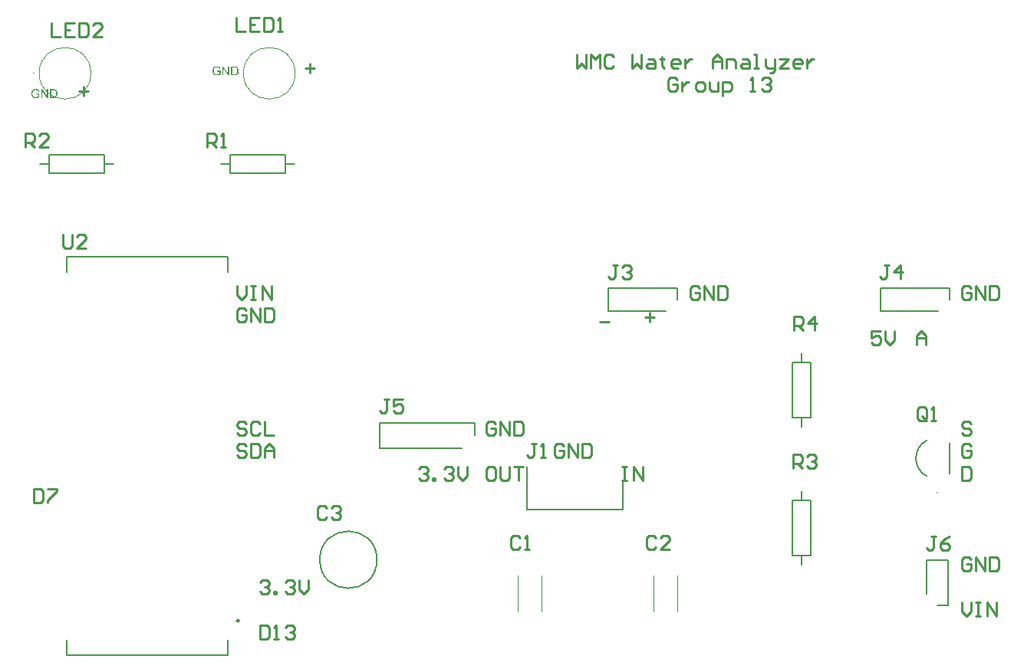
<source format=gto>
G04*
G04 #@! TF.GenerationSoftware,Altium Limited,Altium Designer,20.1.14 (287)*
G04*
G04 Layer_Color=65535*
%FSLAX25Y25*%
%MOIN*%
G70*
G04*
G04 #@! TF.SameCoordinates,E164291B-CF09-4FE7-BB31-66095F1D64E0*
G04*
G04*
G04 #@! TF.FilePolarity,Positive*
G04*
G01*
G75*
%ADD10C,0.00984*%
%ADD11C,0.00787*%
%ADD12C,0.00394*%
%ADD13C,0.01000*%
G36*
X21711Y250027D02*
X21751Y250023D01*
X21798Y250019D01*
X21854Y250015D01*
X21970Y249999D01*
X22093Y249975D01*
X22224Y249939D01*
X22352Y249896D01*
X22356D01*
X22368Y249888D01*
X22384Y249880D01*
X22407Y249872D01*
X22435Y249856D01*
X22467Y249840D01*
X22547Y249796D01*
X22630Y249745D01*
X22718Y249681D01*
X22805Y249605D01*
X22881Y249518D01*
X22885Y249514D01*
X22889Y249506D01*
X22901Y249494D01*
X22913Y249474D01*
X22929Y249450D01*
X22949Y249422D01*
X22968Y249386D01*
X22988Y249351D01*
X23012Y249307D01*
X23036Y249259D01*
X23060Y249207D01*
X23084Y249151D01*
X23108Y249092D01*
X23132Y249028D01*
X23171Y248889D01*
X22714Y248765D01*
Y248769D01*
X22710Y248777D01*
X22706Y248793D01*
X22698Y248813D01*
X22690Y248837D01*
X22678Y248869D01*
X22654Y248933D01*
X22622Y249008D01*
X22587Y249084D01*
X22547Y249159D01*
X22499Y249227D01*
X22495Y249235D01*
X22475Y249255D01*
X22447Y249287D01*
X22407Y249323D01*
X22356Y249366D01*
X22292Y249410D01*
X22216Y249454D01*
X22133Y249494D01*
X22129D01*
X22121Y249498D01*
X22109Y249502D01*
X22093Y249510D01*
X22069Y249518D01*
X22041Y249526D01*
X21978Y249546D01*
X21898Y249565D01*
X21810Y249581D01*
X21711Y249593D01*
X21603Y249597D01*
X21544D01*
X21516Y249593D01*
X21480D01*
X21440Y249589D01*
X21400Y249585D01*
X21305Y249569D01*
X21205Y249553D01*
X21102Y249526D01*
X21002Y249490D01*
X20998D01*
X20990Y249486D01*
X20978Y249478D01*
X20959Y249470D01*
X20915Y249446D01*
X20855Y249414D01*
X20791Y249374D01*
X20724Y249327D01*
X20656Y249271D01*
X20593Y249207D01*
X20584Y249199D01*
X20569Y249179D01*
X20541Y249144D01*
X20505Y249096D01*
X20465Y249040D01*
X20425Y248976D01*
X20385Y248905D01*
X20350Y248829D01*
Y248825D01*
X20342Y248813D01*
X20338Y248793D01*
X20326Y248765D01*
X20318Y248734D01*
X20306Y248694D01*
X20290Y248650D01*
X20278Y248598D01*
X20266Y248547D01*
X20250Y248487D01*
X20238Y248423D01*
X20230Y248356D01*
X20214Y248212D01*
X20206Y248057D01*
Y248053D01*
Y248033D01*
Y248009D01*
X20210Y247973D01*
Y247926D01*
X20214Y247878D01*
X20222Y247818D01*
X20230Y247759D01*
X20238Y247691D01*
X20250Y247623D01*
X20282Y247476D01*
X20326Y247333D01*
X20350Y247265D01*
X20381Y247197D01*
X20385Y247193D01*
X20390Y247181D01*
X20401Y247165D01*
X20413Y247142D01*
X20433Y247114D01*
X20453Y247078D01*
X20481Y247042D01*
X20513Y247002D01*
X20584Y246919D01*
X20672Y246835D01*
X20776Y246756D01*
X20835Y246716D01*
X20895Y246684D01*
X20899D01*
X20911Y246676D01*
X20931Y246668D01*
X20955Y246656D01*
X20987Y246644D01*
X21022Y246632D01*
X21066Y246616D01*
X21110Y246600D01*
X21162Y246584D01*
X21217Y246568D01*
X21341Y246545D01*
X21472Y246525D01*
X21611Y246517D01*
X21643D01*
X21667Y246521D01*
X21699D01*
X21731Y246525D01*
X21771Y246529D01*
X21814Y246533D01*
X21914Y246549D01*
X22021Y246568D01*
X22137Y246600D01*
X22256Y246640D01*
X22260D01*
X22272Y246644D01*
X22288Y246652D01*
X22308Y246664D01*
X22336Y246676D01*
X22364Y246688D01*
X22435Y246724D01*
X22511Y246763D01*
X22590Y246811D01*
X22666Y246859D01*
X22734Y246915D01*
Y247631D01*
X21607D01*
Y248085D01*
X23231D01*
Y246660D01*
X23227Y246656D01*
X23215Y246648D01*
X23195Y246632D01*
X23167Y246612D01*
X23132Y246584D01*
X23092Y246556D01*
X23044Y246525D01*
X22996Y246493D01*
X22937Y246457D01*
X22877Y246417D01*
X22750Y246346D01*
X22606Y246274D01*
X22459Y246210D01*
X22455D01*
X22443Y246202D01*
X22419Y246198D01*
X22391Y246186D01*
X22356Y246174D01*
X22312Y246163D01*
X22264Y246151D01*
X22208Y246139D01*
X22149Y246123D01*
X22085Y246111D01*
X21946Y246087D01*
X21798Y246071D01*
X21643Y246063D01*
X21587D01*
X21548Y246067D01*
X21500Y246071D01*
X21440Y246075D01*
X21376Y246083D01*
X21305Y246095D01*
X21225Y246107D01*
X21146Y246123D01*
X21058Y246143D01*
X20971Y246163D01*
X20883Y246190D01*
X20791Y246222D01*
X20704Y246258D01*
X20616Y246302D01*
X20612Y246306D01*
X20596Y246314D01*
X20573Y246326D01*
X20541Y246346D01*
X20501Y246373D01*
X20457Y246401D01*
X20409Y246437D01*
X20358Y246481D01*
X20302Y246529D01*
X20242Y246580D01*
X20187Y246636D01*
X20127Y246700D01*
X20071Y246767D01*
X20015Y246839D01*
X19968Y246919D01*
X19920Y247002D01*
X19916Y247006D01*
X19908Y247022D01*
X19900Y247050D01*
X19884Y247082D01*
X19864Y247126D01*
X19844Y247177D01*
X19824Y247237D01*
X19804Y247301D01*
X19781Y247376D01*
X19761Y247452D01*
X19741Y247540D01*
X19721Y247627D01*
X19705Y247723D01*
X19697Y247818D01*
X19689Y247922D01*
X19685Y248025D01*
Y248033D01*
Y248049D01*
Y248081D01*
X19689Y248121D01*
X19693Y248168D01*
X19697Y248228D01*
X19705Y248296D01*
X19713Y248367D01*
X19725Y248443D01*
X19741Y248527D01*
X19761Y248614D01*
X19784Y248702D01*
X19808Y248793D01*
X19840Y248889D01*
X19876Y248980D01*
X19916Y249072D01*
X19920Y249076D01*
X19928Y249092D01*
X19940Y249120D01*
X19960Y249151D01*
X19984Y249191D01*
X20015Y249239D01*
X20047Y249291D01*
X20087Y249342D01*
X20135Y249402D01*
X20182Y249462D01*
X20238Y249522D01*
X20298Y249581D01*
X20366Y249637D01*
X20433Y249693D01*
X20509Y249745D01*
X20588Y249792D01*
X20593Y249796D01*
X20608Y249804D01*
X20632Y249816D01*
X20668Y249828D01*
X20708Y249848D01*
X20760Y249868D01*
X20815Y249888D01*
X20883Y249912D01*
X20955Y249936D01*
X21030Y249955D01*
X21114Y249975D01*
X21201Y249995D01*
X21297Y250007D01*
X21396Y250019D01*
X21496Y250027D01*
X21603Y250031D01*
X21675D01*
X21711Y250027D01*
D02*
G37*
G36*
X26996Y246127D02*
X26475D01*
X24461Y249139D01*
Y246127D01*
X23976D01*
Y249963D01*
X24493D01*
X26511Y246947D01*
Y249963D01*
X26996D01*
Y246127D01*
D02*
G37*
G36*
X29321Y249959D02*
X29368D01*
X29420Y249955D01*
X29528Y249952D01*
X29643Y249939D01*
X29750Y249928D01*
X29802Y249916D01*
X29850Y249908D01*
X29854D01*
X29866Y249904D01*
X29882Y249900D01*
X29906Y249892D01*
X29934Y249884D01*
X29965Y249872D01*
X30041Y249844D01*
X30129Y249808D01*
X30224Y249760D01*
X30320Y249701D01*
X30411Y249633D01*
X30415Y249629D01*
X30423Y249621D01*
X30439Y249605D01*
X30463Y249585D01*
X30487Y249561D01*
X30515Y249530D01*
X30547Y249494D01*
X30582Y249454D01*
X30618Y249410D01*
X30654Y249358D01*
X30694Y249307D01*
X30729Y249247D01*
X30801Y249120D01*
X30865Y248976D01*
Y248972D01*
X30873Y248956D01*
X30881Y248937D01*
X30889Y248905D01*
X30901Y248869D01*
X30913Y248825D01*
X30925Y248773D01*
X30940Y248714D01*
X30956Y248650D01*
X30968Y248578D01*
X30980Y248503D01*
X30992Y248423D01*
X31004Y248340D01*
X31008Y248252D01*
X31016Y248065D01*
Y248061D01*
Y248045D01*
Y248021D01*
Y247993D01*
X31012Y247954D01*
Y247910D01*
X31008Y247858D01*
X31004Y247802D01*
X30992Y247683D01*
X30972Y247551D01*
X30948Y247420D01*
X30913Y247289D01*
Y247285D01*
X30909Y247273D01*
X30901Y247257D01*
X30893Y247233D01*
X30885Y247205D01*
X30873Y247169D01*
X30841Y247094D01*
X30801Y247002D01*
X30757Y246911D01*
X30706Y246815D01*
X30650Y246728D01*
Y246724D01*
X30642Y246720D01*
X30634Y246708D01*
X30622Y246692D01*
X30590Y246652D01*
X30547Y246604D01*
X30495Y246549D01*
X30435Y246489D01*
X30371Y246433D01*
X30300Y246381D01*
X30296D01*
X30292Y246377D01*
X30280Y246370D01*
X30268Y246361D01*
X30228Y246338D01*
X30172Y246310D01*
X30105Y246278D01*
X30029Y246246D01*
X29937Y246218D01*
X29842Y246190D01*
X29838D01*
X29830Y246186D01*
X29814D01*
X29794Y246182D01*
X29770Y246174D01*
X29739Y246170D01*
X29703Y246166D01*
X29667Y246159D01*
X29623Y246154D01*
X29575Y246147D01*
X29472Y246139D01*
X29356Y246131D01*
X29229Y246127D01*
X27848D01*
Y249963D01*
X29277D01*
X29321Y249959D01*
D02*
G37*
G36*
X100451Y259870D02*
X100491Y259866D01*
X100539Y259862D01*
X100594Y259858D01*
X100710Y259842D01*
X100833Y259818D01*
X100964Y259782D01*
X101092Y259738D01*
X101096D01*
X101108Y259730D01*
X101124Y259722D01*
X101147Y259714D01*
X101175Y259699D01*
X101207Y259682D01*
X101287Y259639D01*
X101370Y259587D01*
X101458Y259523D01*
X101546Y259448D01*
X101621Y259360D01*
X101625Y259356D01*
X101629Y259348D01*
X101641Y259336D01*
X101653Y259316D01*
X101669Y259293D01*
X101689Y259265D01*
X101709Y259229D01*
X101729Y259193D01*
X101752Y259149D01*
X101776Y259102D01*
X101800Y259050D01*
X101824Y258994D01*
X101848Y258934D01*
X101872Y258871D01*
X101912Y258731D01*
X101454Y258608D01*
Y258612D01*
X101450Y258620D01*
X101446Y258636D01*
X101438Y258656D01*
X101430Y258680D01*
X101418Y258711D01*
X101394Y258775D01*
X101362Y258851D01*
X101327Y258926D01*
X101287Y259002D01*
X101239Y259070D01*
X101235Y259078D01*
X101215Y259098D01*
X101187Y259129D01*
X101147Y259165D01*
X101096Y259209D01*
X101032Y259253D01*
X100956Y259296D01*
X100873Y259336D01*
X100869D01*
X100861Y259340D01*
X100849Y259344D01*
X100833Y259352D01*
X100809Y259360D01*
X100781Y259368D01*
X100718Y259388D01*
X100638Y259408D01*
X100550Y259424D01*
X100451Y259436D01*
X100344Y259440D01*
X100284D01*
X100256Y259436D01*
X100220D01*
X100180Y259432D01*
X100141Y259428D01*
X100045Y259412D01*
X99946Y259396D01*
X99842Y259368D01*
X99743Y259332D01*
X99739D01*
X99731Y259328D01*
X99719Y259320D01*
X99699Y259312D01*
X99655Y259289D01*
X99595Y259257D01*
X99532Y259217D01*
X99464Y259169D01*
X99396Y259113D01*
X99333Y259050D01*
X99325Y259042D01*
X99309Y259022D01*
X99281Y258986D01*
X99245Y258938D01*
X99205Y258882D01*
X99165Y258819D01*
X99126Y258747D01*
X99090Y258672D01*
Y258668D01*
X99082Y258656D01*
X99078Y258636D01*
X99066Y258608D01*
X99058Y258576D01*
X99046Y258536D01*
X99030Y258492D01*
X99018Y258441D01*
X99006Y258389D01*
X98990Y258329D01*
X98978Y258266D01*
X98971Y258198D01*
X98954Y258055D01*
X98947Y257899D01*
Y257895D01*
Y257876D01*
Y257852D01*
X98951Y257816D01*
Y257768D01*
X98954Y257720D01*
X98962Y257661D01*
X98971Y257601D01*
X98978Y257533D01*
X98990Y257466D01*
X99022Y257318D01*
X99066Y257175D01*
X99090Y257107D01*
X99122Y257040D01*
X99126Y257036D01*
X99130Y257024D01*
X99142Y257008D01*
X99154Y256984D01*
X99173Y256956D01*
X99193Y256920D01*
X99221Y256885D01*
X99253Y256845D01*
X99325Y256761D01*
X99412Y256678D01*
X99516Y256598D01*
X99575Y256558D01*
X99635Y256526D01*
X99639D01*
X99651Y256518D01*
X99671Y256510D01*
X99695Y256499D01*
X99727Y256487D01*
X99762Y256475D01*
X99806Y256459D01*
X99850Y256443D01*
X99902Y256427D01*
X99958Y256411D01*
X100081Y256387D01*
X100212Y256367D01*
X100352Y256359D01*
X100383D01*
X100407Y256363D01*
X100439D01*
X100471Y256367D01*
X100511Y256371D01*
X100555Y256375D01*
X100654Y256391D01*
X100761Y256411D01*
X100877Y256443D01*
X100996Y256483D01*
X101000D01*
X101012Y256487D01*
X101028Y256494D01*
X101048Y256506D01*
X101076Y256518D01*
X101104Y256530D01*
X101175Y256566D01*
X101251Y256606D01*
X101331Y256654D01*
X101406Y256701D01*
X101474Y256757D01*
Y257474D01*
X100347D01*
Y257927D01*
X101971D01*
Y256503D01*
X101967Y256499D01*
X101955Y256491D01*
X101936Y256475D01*
X101908Y256455D01*
X101872Y256427D01*
X101832Y256399D01*
X101784Y256367D01*
X101737Y256335D01*
X101677Y256299D01*
X101617Y256260D01*
X101490Y256188D01*
X101347Y256116D01*
X101199Y256053D01*
X101195D01*
X101183Y256045D01*
X101160Y256041D01*
X101132Y256029D01*
X101096Y256017D01*
X101052Y256005D01*
X101004Y255993D01*
X100949Y255981D01*
X100889Y255965D01*
X100825Y255953D01*
X100686Y255929D01*
X100539Y255913D01*
X100383Y255906D01*
X100328D01*
X100288Y255909D01*
X100240Y255913D01*
X100180Y255918D01*
X100117Y255925D01*
X100045Y255937D01*
X99966Y255949D01*
X99886Y255965D01*
X99798Y255985D01*
X99711Y256005D01*
X99623Y256033D01*
X99532Y256065D01*
X99444Y256101D01*
X99357Y256144D01*
X99353Y256148D01*
X99337Y256156D01*
X99313Y256168D01*
X99281Y256188D01*
X99241Y256216D01*
X99197Y256244D01*
X99150Y256280D01*
X99098Y256323D01*
X99042Y256371D01*
X98982Y256423D01*
X98927Y256479D01*
X98867Y256542D01*
X98811Y256610D01*
X98756Y256682D01*
X98708Y256761D01*
X98660Y256845D01*
X98656Y256849D01*
X98648Y256865D01*
X98640Y256892D01*
X98624Y256924D01*
X98604Y256968D01*
X98584Y257020D01*
X98564Y257080D01*
X98545Y257143D01*
X98521Y257219D01*
X98501Y257295D01*
X98481Y257382D01*
X98461Y257470D01*
X98445Y257565D01*
X98437Y257661D01*
X98429Y257764D01*
X98425Y257868D01*
Y257876D01*
Y257892D01*
Y257923D01*
X98429Y257963D01*
X98433Y258011D01*
X98437Y258071D01*
X98445Y258138D01*
X98453Y258210D01*
X98465Y258286D01*
X98481Y258369D01*
X98501Y258457D01*
X98525Y258544D01*
X98549Y258636D01*
X98580Y258731D01*
X98616Y258823D01*
X98656Y258914D01*
X98660Y258918D01*
X98668Y258934D01*
X98680Y258962D01*
X98700Y258994D01*
X98724Y259034D01*
X98756Y259082D01*
X98787Y259133D01*
X98827Y259185D01*
X98875Y259245D01*
X98923Y259304D01*
X98978Y259364D01*
X99038Y259424D01*
X99106Y259480D01*
X99173Y259535D01*
X99249Y259587D01*
X99329Y259635D01*
X99333Y259639D01*
X99349Y259647D01*
X99372Y259659D01*
X99408Y259671D01*
X99448Y259690D01*
X99500Y259710D01*
X99555Y259730D01*
X99623Y259754D01*
X99695Y259778D01*
X99770Y259798D01*
X99854Y259818D01*
X99942Y259838D01*
X100037Y259850D01*
X100137Y259862D01*
X100236Y259870D01*
X100344Y259874D01*
X100415D01*
X100451Y259870D01*
D02*
G37*
G36*
X105736Y255969D02*
X105215D01*
X103201Y258982D01*
Y255969D01*
X102716D01*
Y259806D01*
X103233D01*
X105251Y256789D01*
Y259806D01*
X105736D01*
Y255969D01*
D02*
G37*
G36*
X108061Y259802D02*
X108108D01*
X108160Y259798D01*
X108268Y259794D01*
X108383Y259782D01*
X108491Y259770D01*
X108542Y259758D01*
X108590Y259750D01*
X108594D01*
X108606Y259746D01*
X108622Y259742D01*
X108646Y259734D01*
X108674Y259726D01*
X108705Y259714D01*
X108781Y259686D01*
X108869Y259651D01*
X108964Y259603D01*
X109060Y259543D01*
X109151Y259476D01*
X109155Y259472D01*
X109163Y259464D01*
X109179Y259448D01*
X109203Y259428D01*
X109227Y259404D01*
X109255Y259372D01*
X109287Y259336D01*
X109322Y259296D01*
X109358Y259253D01*
X109394Y259201D01*
X109434Y259149D01*
X109470Y259089D01*
X109541Y258962D01*
X109605Y258819D01*
Y258815D01*
X109613Y258799D01*
X109621Y258779D01*
X109629Y258747D01*
X109641Y258711D01*
X109653Y258668D01*
X109665Y258616D01*
X109681Y258556D01*
X109697Y258492D01*
X109708Y258421D01*
X109720Y258345D01*
X109732Y258266D01*
X109744Y258182D01*
X109748Y258095D01*
X109756Y257908D01*
Y257904D01*
Y257888D01*
Y257864D01*
Y257836D01*
X109752Y257796D01*
Y257752D01*
X109748Y257700D01*
X109744Y257645D01*
X109732Y257525D01*
X109713Y257394D01*
X109689Y257263D01*
X109653Y257131D01*
Y257127D01*
X109649Y257115D01*
X109641Y257100D01*
X109633Y257076D01*
X109625Y257048D01*
X109613Y257012D01*
X109581Y256936D01*
X109541Y256845D01*
X109498Y256753D01*
X109446Y256658D01*
X109390Y256570D01*
Y256566D01*
X109382Y256562D01*
X109374Y256550D01*
X109362Y256534D01*
X109330Y256494D01*
X109287Y256447D01*
X109235Y256391D01*
X109175Y256331D01*
X109111Y256276D01*
X109040Y256224D01*
X109036D01*
X109032Y256220D01*
X109020Y256212D01*
X109008Y256204D01*
X108968Y256180D01*
X108913Y256152D01*
X108845Y256120D01*
X108769Y256089D01*
X108678Y256061D01*
X108582Y256033D01*
X108578D01*
X108570Y256029D01*
X108554D01*
X108534Y256025D01*
X108510Y256017D01*
X108479Y256013D01*
X108443Y256009D01*
X108407Y256001D01*
X108363Y255997D01*
X108316Y255989D01*
X108212Y255981D01*
X108097Y255973D01*
X107969Y255969D01*
X106588D01*
Y259806D01*
X108017D01*
X108061Y259802D01*
D02*
G37*
%LPC*%
G36*
X29241Y249510D02*
X28357D01*
Y246580D01*
X29237D01*
X29269Y246584D01*
X29344D01*
X29388Y246588D01*
X29484Y246596D01*
X29583Y246608D01*
X29679Y246624D01*
X29766Y246648D01*
X29770D01*
X29774Y246652D01*
X29786Y246656D01*
X29802Y246660D01*
X29842Y246676D01*
X29890Y246700D01*
X29945Y246728D01*
X30005Y246763D01*
X30061Y246803D01*
X30113Y246847D01*
X30117Y246851D01*
X30121Y246855D01*
X30129Y246867D01*
X30141Y246879D01*
X30176Y246923D01*
X30216Y246978D01*
X30260Y247046D01*
X30308Y247130D01*
X30351Y247225D01*
X30391Y247333D01*
Y247337D01*
X30395Y247348D01*
X30399Y247364D01*
X30407Y247388D01*
X30415Y247416D01*
X30423Y247452D01*
X30435Y247492D01*
X30443Y247540D01*
X30451Y247591D01*
X30463Y247647D01*
X30471Y247711D01*
X30479Y247774D01*
X30487Y247842D01*
X30491Y247918D01*
X30495Y248073D01*
Y248081D01*
Y248101D01*
Y248133D01*
X30491Y248172D01*
Y248224D01*
X30483Y248280D01*
X30479Y248343D01*
X30471Y248415D01*
X30447Y248562D01*
X30411Y248718D01*
X30387Y248793D01*
X30363Y248865D01*
X30332Y248933D01*
X30296Y248996D01*
X30292Y249000D01*
X30288Y249012D01*
X30276Y249028D01*
X30260Y249048D01*
X30240Y249076D01*
X30216Y249104D01*
X30160Y249171D01*
X30093Y249243D01*
X30009Y249315D01*
X29918Y249378D01*
X29866Y249406D01*
X29814Y249430D01*
X29810D01*
X29806Y249434D01*
X29794Y249438D01*
X29774Y249442D01*
X29754Y249450D01*
X29727Y249454D01*
X29695Y249462D01*
X29655Y249470D01*
X29615Y249478D01*
X29567Y249486D01*
X29512Y249490D01*
X29452Y249498D01*
X29388Y249502D01*
X29321Y249506D01*
X29241Y249510D01*
D02*
G37*
G36*
X107981Y259352D02*
X107098D01*
Y256423D01*
X107977D01*
X108009Y256427D01*
X108085D01*
X108128Y256431D01*
X108224Y256439D01*
X108324Y256451D01*
X108419Y256467D01*
X108507Y256491D01*
X108510D01*
X108514Y256494D01*
X108526Y256499D01*
X108542Y256503D01*
X108582Y256518D01*
X108630Y256542D01*
X108686Y256570D01*
X108745Y256606D01*
X108801Y256646D01*
X108853Y256690D01*
X108857Y256694D01*
X108861Y256698D01*
X108869Y256710D01*
X108881Y256721D01*
X108916Y256765D01*
X108956Y256821D01*
X109000Y256889D01*
X109048Y256972D01*
X109092Y257068D01*
X109131Y257175D01*
Y257179D01*
X109135Y257191D01*
X109139Y257207D01*
X109147Y257231D01*
X109155Y257259D01*
X109163Y257295D01*
X109175Y257334D01*
X109183Y257382D01*
X109191Y257434D01*
X109203Y257490D01*
X109211Y257553D01*
X109219Y257617D01*
X109227Y257685D01*
X109231Y257760D01*
X109235Y257915D01*
Y257923D01*
Y257943D01*
Y257975D01*
X109231Y258015D01*
Y258067D01*
X109223Y258122D01*
X109219Y258186D01*
X109211Y258258D01*
X109187Y258405D01*
X109151Y258560D01*
X109127Y258636D01*
X109104Y258707D01*
X109072Y258775D01*
X109036Y258839D01*
X109032Y258843D01*
X109028Y258855D01*
X109016Y258871D01*
X109000Y258891D01*
X108980Y258918D01*
X108956Y258946D01*
X108901Y259014D01*
X108833Y259085D01*
X108749Y259157D01*
X108658Y259221D01*
X108606Y259249D01*
X108554Y259273D01*
X108550D01*
X108546Y259277D01*
X108534Y259280D01*
X108514Y259284D01*
X108495Y259293D01*
X108467Y259296D01*
X108435Y259304D01*
X108395Y259312D01*
X108355Y259320D01*
X108308Y259328D01*
X108252Y259332D01*
X108192Y259340D01*
X108128Y259344D01*
X108061Y259348D01*
X107981Y259352D01*
D02*
G37*
%LPD*%
D10*
X109954Y18740D02*
G03*
X109954Y18740I-492J0D01*
G01*
D11*
X408857Y97188D02*
G03*
X408871Y81545I4087J-7818D01*
G01*
X413287Y74528D02*
G03*
X413287Y74528I-126J0D01*
G01*
X169882Y45236D02*
G03*
X169882Y45236I-12402J0D01*
G01*
X105157Y170354D02*
Y176969D01*
X35157D02*
X105157D01*
X35157Y170354D02*
Y176969D01*
X105157Y3740D02*
Y10354D01*
X35157Y3740D02*
X105157D01*
X35157D02*
Y10354D01*
X354331Y131055D02*
Y135055D01*
Y103055D02*
Y107055D01*
X358331D02*
Y131055D01*
X350331D02*
X358331D01*
X350331Y107055D02*
Y131055D01*
Y107055D02*
X358331D01*
X354331Y43055D02*
Y47055D01*
Y71055D02*
Y75055D01*
X350331Y47055D02*
Y71055D01*
Y47055D02*
X358331D01*
Y71055D01*
X350331D02*
X358331D01*
X23370Y217480D02*
X27370D01*
X51370D02*
X55370D01*
X27370Y221480D02*
X51370D01*
X27370Y213480D02*
Y221480D01*
Y213480D02*
X51370D01*
Y221480D01*
X130110Y217480D02*
X134110D01*
X102110D02*
X106110D01*
Y213480D02*
X130110D01*
Y221480D01*
X106110D02*
X130110D01*
X106110Y213480D02*
Y221480D01*
X418622Y82618D02*
Y96122D01*
X408740Y30315D02*
Y45217D01*
X418032D01*
Y25413D02*
Y45217D01*
X413386Y25413D02*
X418032D01*
X171161Y93878D02*
X206850D01*
X171161D02*
Y104862D01*
X212539D01*
Y99370D02*
Y104862D01*
X388701Y153524D02*
X413701D01*
X388701D02*
Y163327D01*
X418701D01*
Y158425D02*
Y163327D01*
X270590Y153524D02*
X295590D01*
X270590D02*
Y163327D01*
X300590D01*
Y158425D02*
Y163327D01*
X276654Y67087D02*
Y79685D01*
X235157Y67087D02*
X276654D01*
X235157D02*
Y85590D01*
D12*
X20709Y256850D02*
G03*
X21102Y256850I197J0D01*
G01*
D02*
G03*
X20709Y256850I-197J0D01*
G01*
X45591D02*
G03*
X23150Y256850I-11220J0D01*
G01*
D02*
G03*
X45591Y256850I11220J0D01*
G01*
X109449D02*
G03*
X109843Y256850I197J0D01*
G01*
D02*
G03*
X109449Y256850I-197J0D01*
G01*
X134331D02*
G03*
X111890Y256850I-11220J0D01*
G01*
D02*
G03*
X134331Y256850I11220J0D01*
G01*
X300394Y22598D02*
Y38346D01*
X290158Y22598D02*
Y38346D01*
X231102Y22598D02*
Y38346D01*
X241339Y22598D02*
Y38346D01*
D13*
X113266Y153636D02*
X112267Y154636D01*
X110267D01*
X109268Y153636D01*
Y149637D01*
X110267Y148638D01*
X112267D01*
X113266Y149637D01*
Y151637D01*
X111267D01*
X115266Y148638D02*
Y154636D01*
X119264Y148638D01*
Y154636D01*
X121264D02*
Y148638D01*
X124263D01*
X125263Y149637D01*
Y153636D01*
X124263Y154636D01*
X121264D01*
X109268Y164478D02*
Y160480D01*
X111267Y158480D01*
X113266Y160480D01*
Y164478D01*
X115266D02*
X117265D01*
X116265D01*
Y158480D01*
X115266D01*
X117265D01*
X120264D02*
Y164478D01*
X124263Y158480D01*
Y164478D01*
X388857Y144793D02*
X384858D01*
Y141794D01*
X386858Y142794D01*
X387857D01*
X388857Y141794D01*
Y139795D01*
X387857Y138795D01*
X385858D01*
X384858Y139795D01*
X390856Y144793D02*
Y140795D01*
X392856Y138795D01*
X394855Y140795D01*
Y144793D01*
X428227Y163479D02*
X427227Y164478D01*
X425228D01*
X424228Y163479D01*
Y159480D01*
X425228Y158480D01*
X427227D01*
X428227Y159480D01*
Y161479D01*
X426228D01*
X430226Y158480D02*
Y164478D01*
X434225Y158480D01*
Y164478D01*
X436225D02*
Y158480D01*
X439223D01*
X440223Y159480D01*
Y163479D01*
X439223Y164478D01*
X436225D01*
X404543Y138795D02*
Y142794D01*
X406543Y144793D01*
X408542Y142794D01*
Y138795D01*
Y141794D01*
X404543D01*
X266748Y148638D02*
X270747D01*
X310117Y163479D02*
X309117Y164478D01*
X307118D01*
X306118Y163479D01*
Y159480D01*
X307118Y158480D01*
X309117D01*
X310117Y159480D01*
Y161479D01*
X308118D01*
X312116Y158480D02*
Y164478D01*
X316115Y158480D01*
Y164478D01*
X318114D02*
Y158480D01*
X321113D01*
X322113Y159480D01*
Y163479D01*
X321113Y164478D01*
X318114D01*
X286433Y150637D02*
X290432D01*
X288432Y152637D02*
Y148638D01*
X221534Y104424D02*
X220534Y105423D01*
X218535D01*
X217535Y104424D01*
Y100425D01*
X218535Y99425D01*
X220534D01*
X221534Y100425D01*
Y102424D01*
X219535D01*
X223534Y99425D02*
Y105423D01*
X227532Y99425D01*
Y105423D01*
X229532D02*
Y99425D01*
X232531D01*
X233530Y100425D01*
Y104424D01*
X232531Y105423D01*
X229532D01*
X188008Y84738D02*
X189007Y85738D01*
X191007D01*
X192007Y84738D01*
Y83739D01*
X191007Y82739D01*
X190007D01*
X191007D01*
X192007Y81739D01*
Y80740D01*
X191007Y79740D01*
X189007D01*
X188008Y80740D01*
X194006Y79740D02*
Y80740D01*
X195006D01*
Y79740D01*
X194006D01*
X199004Y84738D02*
X200004Y85738D01*
X202003D01*
X203003Y84738D01*
Y83739D01*
X202003Y82739D01*
X201004D01*
X202003D01*
X203003Y81739D01*
Y80740D01*
X202003Y79740D01*
X200004D01*
X199004Y80740D01*
X205002Y85738D02*
Y81739D01*
X207002Y79740D01*
X209001Y81739D01*
Y85738D01*
X119110Y16841D02*
Y10842D01*
X122109D01*
X123109Y11842D01*
Y15841D01*
X122109Y16841D01*
X119110D01*
X125108Y10842D02*
X127108D01*
X126108D01*
Y16841D01*
X125108Y15841D01*
X130107D02*
X131106Y16841D01*
X133106D01*
X134105Y15841D01*
Y14841D01*
X133106Y13842D01*
X132106D01*
X133106D01*
X134105Y12842D01*
Y11842D01*
X133106Y10842D01*
X131106D01*
X130107Y11842D01*
X20685Y75896D02*
Y69898D01*
X23684D01*
X24684Y70897D01*
Y74896D01*
X23684Y75896D01*
X20685D01*
X26683D02*
X30682D01*
Y74896D01*
X26683Y70897D01*
Y69898D01*
X40370Y249062D02*
X44369D01*
X42369Y251062D02*
Y247063D01*
X138795Y258905D02*
X142794D01*
X140795Y260904D02*
Y256906D01*
X113266Y104424D02*
X112267Y105423D01*
X110267D01*
X109268Y104424D01*
Y103424D01*
X110267Y102424D01*
X112267D01*
X113266Y101425D01*
Y100425D01*
X112267Y99425D01*
X110267D01*
X109268Y100425D01*
X119264Y104424D02*
X118265Y105423D01*
X116265D01*
X115266Y104424D01*
Y100425D01*
X116265Y99425D01*
X118265D01*
X119264Y100425D01*
X121264Y105423D02*
Y99425D01*
X125263D01*
X113266Y94581D02*
X112267Y95581D01*
X110267D01*
X109268Y94581D01*
Y93581D01*
X110267Y92582D01*
X112267D01*
X113266Y91582D01*
Y90582D01*
X112267Y89583D01*
X110267D01*
X109268Y90582D01*
X115266Y95581D02*
Y89583D01*
X118265D01*
X119264Y90582D01*
Y94581D01*
X118265Y95581D01*
X115266D01*
X121264Y89583D02*
Y93581D01*
X123263Y95581D01*
X125263Y93581D01*
Y89583D01*
Y92582D01*
X121264D01*
X119110Y35526D02*
X120110Y36526D01*
X122109D01*
X123109Y35526D01*
Y34526D01*
X122109Y33527D01*
X121110D01*
X122109D01*
X123109Y32527D01*
Y31527D01*
X122109Y30528D01*
X120110D01*
X119110Y31527D01*
X125108Y30528D02*
Y31527D01*
X126108D01*
Y30528D01*
X125108D01*
X130107Y35526D02*
X131106Y36526D01*
X133106D01*
X134105Y35526D01*
Y34526D01*
X133106Y33527D01*
X132106D01*
X133106D01*
X134105Y32527D01*
Y31527D01*
X133106Y30528D01*
X131106D01*
X130107Y31527D01*
X136105Y36526D02*
Y32527D01*
X138104Y30528D01*
X140103Y32527D01*
Y36526D01*
X220534Y85738D02*
X218535D01*
X217535Y84738D01*
Y80740D01*
X218535Y79740D01*
X220534D01*
X221534Y80740D01*
Y84738D01*
X220534Y85738D01*
X223534D02*
Y80740D01*
X224533Y79740D01*
X226533D01*
X227532Y80740D01*
Y85738D01*
X229532D02*
X233530D01*
X231531D01*
Y79740D01*
X276590Y85738D02*
X278590D01*
X277590D01*
Y79740D01*
X276590D01*
X278590D01*
X281589D02*
Y85738D01*
X285588Y79740D01*
Y85738D01*
X251062Y94581D02*
X250062Y95581D01*
X248063D01*
X247063Y94581D01*
Y90582D01*
X248063Y89583D01*
X250062D01*
X251062Y90582D01*
Y92582D01*
X249062D01*
X253061Y89583D02*
Y95581D01*
X257060Y89583D01*
Y95581D01*
X259059D02*
Y89583D01*
X262058D01*
X263058Y90582D01*
Y94581D01*
X262058Y95581D01*
X259059D01*
X428227Y45368D02*
X427227Y46368D01*
X425228D01*
X424228Y45368D01*
Y41370D01*
X425228Y40370D01*
X427227D01*
X428227Y41370D01*
Y43369D01*
X426228D01*
X430226Y40370D02*
Y46368D01*
X434225Y40370D01*
Y46368D01*
X436225D02*
Y40370D01*
X439223D01*
X440223Y41370D01*
Y45368D01*
X439223Y46368D01*
X436225D01*
X424228Y26683D02*
Y22684D01*
X426228Y20685D01*
X428227Y22684D01*
Y26683D01*
X430226D02*
X432226D01*
X431226D01*
Y20685D01*
X430226D01*
X432226D01*
X435225D02*
Y26683D01*
X439223Y20685D01*
Y26683D01*
X424228Y85738D02*
Y79740D01*
X427227D01*
X428227Y80740D01*
Y84738D01*
X427227Y85738D01*
X424228D01*
X428227Y94581D02*
X427227Y95581D01*
X425228D01*
X424228Y94581D01*
Y90582D01*
X425228Y89583D01*
X427227D01*
X428227Y90582D01*
Y92582D01*
X426228D01*
X428227Y104424D02*
X427227Y105423D01*
X425228D01*
X424228Y104424D01*
Y103424D01*
X425228Y102424D01*
X427227D01*
X428227Y101425D01*
Y100425D01*
X427227Y99425D01*
X425228D01*
X424228Y100425D01*
X300274Y254061D02*
X299275Y255060D01*
X297275D01*
X296276Y254061D01*
Y250062D01*
X297275Y249062D01*
X299275D01*
X300274Y250062D01*
Y252061D01*
X298275D01*
X302274Y253061D02*
Y249062D01*
Y251062D01*
X303273Y252061D01*
X304273Y253061D01*
X305273D01*
X309271Y249062D02*
X311271D01*
X312270Y250062D01*
Y252061D01*
X311271Y253061D01*
X309271D01*
X308272Y252061D01*
Y250062D01*
X309271Y249062D01*
X314270Y253061D02*
Y250062D01*
X315269Y249062D01*
X318268D01*
Y253061D01*
X320268Y247063D02*
Y253061D01*
X323267D01*
X324267Y252061D01*
Y250062D01*
X323267Y249062D01*
X320268D01*
X332264D02*
X334263D01*
X333264D01*
Y255060D01*
X332264Y254061D01*
X337262D02*
X338262Y255060D01*
X340261D01*
X341261Y254061D01*
Y253061D01*
X340261Y252061D01*
X339262D01*
X340261D01*
X341261Y251062D01*
Y250062D01*
X340261Y249062D01*
X338262D01*
X337262Y250062D01*
X256906Y264903D02*
Y258905D01*
X258905Y260904D01*
X260904Y258905D01*
Y264903D01*
X262904Y258905D02*
Y264903D01*
X264903Y262904D01*
X266902Y264903D01*
Y258905D01*
X272900Y263903D02*
X271901Y264903D01*
X269901D01*
X268902Y263903D01*
Y259905D01*
X269901Y258905D01*
X271901D01*
X272900Y259905D01*
X280898Y264903D02*
Y258905D01*
X282897Y260904D01*
X284896Y258905D01*
Y264903D01*
X287895Y262904D02*
X289895D01*
X290895Y261904D01*
Y258905D01*
X287895D01*
X286896Y259905D01*
X287895Y260904D01*
X290895D01*
X293894Y263903D02*
Y262904D01*
X292894D01*
X294893D01*
X293894D01*
Y259905D01*
X294893Y258905D01*
X300891D02*
X298892D01*
X297892Y259905D01*
Y261904D01*
X298892Y262904D01*
X300891D01*
X301891Y261904D01*
Y260904D01*
X297892D01*
X303890Y262904D02*
Y258905D01*
Y260904D01*
X304890Y261904D01*
X305890Y262904D01*
X306889D01*
X315886Y258905D02*
Y262904D01*
X317886Y264903D01*
X319885Y262904D01*
Y258905D01*
Y261904D01*
X315886D01*
X321884Y258905D02*
Y262904D01*
X324884D01*
X325883Y261904D01*
Y258905D01*
X328882Y262904D02*
X330882D01*
X331881Y261904D01*
Y258905D01*
X328882D01*
X327883Y259905D01*
X328882Y260904D01*
X331881D01*
X333881Y258905D02*
X335880D01*
X334880D01*
Y264903D01*
X333881D01*
X338879Y262904D02*
Y259905D01*
X339879Y258905D01*
X342878D01*
Y257905D01*
X341878Y256906D01*
X340878D01*
X342878Y258905D02*
Y262904D01*
X344877D02*
X348876D01*
X344877Y258905D01*
X348876D01*
X353874D02*
X351875D01*
X350875Y259905D01*
Y261904D01*
X351875Y262904D01*
X353874D01*
X354874Y261904D01*
Y260904D01*
X350875D01*
X356873Y262904D02*
Y258905D01*
Y260904D01*
X357873Y261904D01*
X358873Y262904D01*
X359872D01*
X33435Y186767D02*
Y181769D01*
X34434Y180769D01*
X36434D01*
X37433Y181769D01*
Y186767D01*
X43431Y180769D02*
X39433D01*
X43431Y184768D01*
Y185768D01*
X42432Y186767D01*
X40432D01*
X39433Y185768D01*
X350981Y145205D02*
Y151203D01*
X353980D01*
X354979Y150204D01*
Y148204D01*
X353980Y147204D01*
X350981D01*
X352980D02*
X354979Y145205D01*
X359978D02*
Y151203D01*
X356979Y148204D01*
X360978D01*
X350900Y85210D02*
Y91207D01*
X353899D01*
X354899Y90208D01*
Y88209D01*
X353899Y87209D01*
X350900D01*
X352899D02*
X354899Y85210D01*
X356898Y90208D02*
X357898Y91207D01*
X359897D01*
X360897Y90208D01*
Y89208D01*
X359897Y88209D01*
X358897D01*
X359897D01*
X360897Y87209D01*
Y86209D01*
X359897Y85210D01*
X357898D01*
X356898Y86209D01*
X17205Y224865D02*
Y230863D01*
X20204D01*
X21203Y229863D01*
Y227864D01*
X20204Y226864D01*
X17205D01*
X19204D02*
X21203Y224865D01*
X27202D02*
X23203D01*
X27202Y228863D01*
Y229863D01*
X26202Y230863D01*
X24203D01*
X23203Y229863D01*
X95990Y224880D02*
Y230878D01*
X98989D01*
X99989Y229878D01*
Y227879D01*
X98989Y226879D01*
X95990D01*
X97989D02*
X99989Y224880D01*
X101988D02*
X103987D01*
X102988D01*
Y230878D01*
X101988Y229878D01*
X408735Y106620D02*
Y110618D01*
X407735Y111618D01*
X405735D01*
X404736Y110618D01*
Y106620D01*
X405735Y105620D01*
X407735D01*
X406735Y107619D02*
X408735Y105620D01*
X407735D02*
X408735Y106620D01*
X410734Y105620D02*
X412733D01*
X411734D01*
Y111618D01*
X410734Y110618D01*
X28374Y278590D02*
Y272591D01*
X32372D01*
X38370Y278590D02*
X34372D01*
Y272591D01*
X38370D01*
X34372Y275590D02*
X36371D01*
X40370Y278590D02*
Y272591D01*
X43369D01*
X44368Y273591D01*
Y277590D01*
X43369Y278590D01*
X40370D01*
X50366Y272591D02*
X46368D01*
X50366Y276590D01*
Y277590D01*
X49367Y278590D01*
X47368D01*
X46368Y277590D01*
X108760Y281199D02*
Y275200D01*
X112759D01*
X118757Y281199D02*
X114758D01*
Y275200D01*
X118757D01*
X114758Y278199D02*
X116758D01*
X120756Y281199D02*
Y275200D01*
X123755D01*
X124755Y276200D01*
Y280199D01*
X123755Y281199D01*
X120756D01*
X126754Y275200D02*
X128754D01*
X127754D01*
Y281199D01*
X126754Y280199D01*
X412635Y55263D02*
X410635D01*
X411635D01*
Y50265D01*
X410635Y49265D01*
X409635D01*
X408636Y50265D01*
X418633Y55263D02*
X416633Y54263D01*
X414634Y52264D01*
Y50265D01*
X415634Y49265D01*
X417633D01*
X418633Y50265D01*
Y51264D01*
X417633Y52264D01*
X414634D01*
X175118Y114897D02*
X173119D01*
X174119D01*
Y109899D01*
X173119Y108899D01*
X172119D01*
X171120Y109899D01*
X181116Y114897D02*
X177118D01*
Y111898D01*
X179117Y112898D01*
X180117D01*
X181116Y111898D01*
Y109899D01*
X180117Y108899D01*
X178117D01*
X177118Y109899D01*
X392588Y173452D02*
X390589D01*
X391589D01*
Y168454D01*
X390589Y167454D01*
X389589D01*
X388590Y168454D01*
X397587Y167454D02*
Y173452D01*
X394588Y170453D01*
X398587D01*
X274533Y173452D02*
X272534D01*
X273534D01*
Y168454D01*
X272534Y167454D01*
X271534D01*
X270535Y168454D01*
X276533Y172453D02*
X277532Y173452D01*
X279532D01*
X280531Y172453D01*
Y171453D01*
X279532Y170453D01*
X278532D01*
X279532D01*
X280531Y169454D01*
Y168454D01*
X279532Y167454D01*
X277532D01*
X276533Y168454D01*
X239114Y95712D02*
X237114D01*
X238114D01*
Y90714D01*
X237114Y89714D01*
X236115D01*
X235115Y90714D01*
X241113Y89714D02*
X243112D01*
X242113D01*
Y95712D01*
X241113Y94713D01*
X147988Y67693D02*
X146989Y68693D01*
X144989D01*
X143990Y67693D01*
Y63694D01*
X144989Y62695D01*
X146989D01*
X147988Y63694D01*
X149988Y67693D02*
X150988Y68693D01*
X152987D01*
X153987Y67693D01*
Y66693D01*
X152987Y65693D01*
X151987D01*
X152987D01*
X153987Y64694D01*
Y63694D01*
X152987Y62695D01*
X150988D01*
X149988Y63694D01*
X291024Y54778D02*
X290025Y55778D01*
X288025D01*
X287026Y54778D01*
Y50780D01*
X288025Y49780D01*
X290025D01*
X291024Y50780D01*
X297022Y49780D02*
X293024D01*
X297022Y53779D01*
Y54778D01*
X296023Y55778D01*
X294023D01*
X293024Y54778D01*
X231989Y54793D02*
X230989Y55793D01*
X228989D01*
X227990Y54793D01*
Y50794D01*
X228989Y49795D01*
X230989D01*
X231989Y50794D01*
X233988Y49795D02*
X235987D01*
X234987D01*
Y55793D01*
X233988Y54793D01*
M02*

</source>
